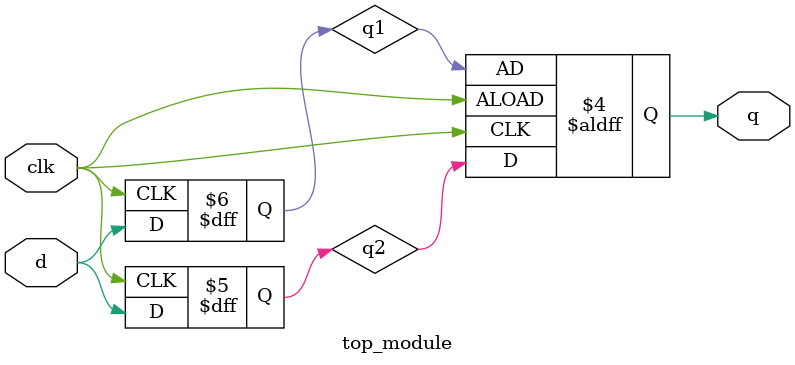
<source format=v>

module top_module(
    input clk,
    input d,
    output reg q
);

    reg q1, q2;

    // Capture data on the rising edge of the clock
    always @(posedge clk) begin
        q1 <= d;
    end

    // Capture data on the falling edge of the clock
    always @(negedge clk) begin
        q2 <= d;
    end

    // Combine the results from both flip-flops
    always @(posedge clk or negedge clk) begin
        if (clk) begin
            q <= q1;  // On rising edge, use q1
        end else begin
            q <= q2;  // On falling edge, use q2
        end
    end

endmodule

</source>
